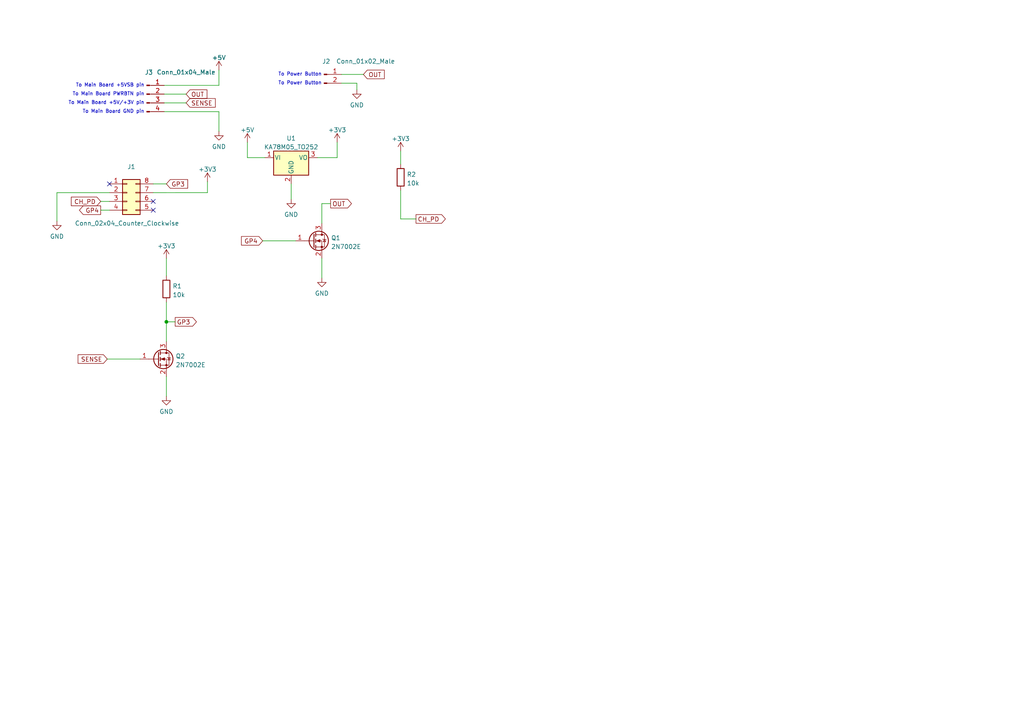
<source format=kicad_sch>
(kicad_sch (version 20211123) (generator eeschema)
  (paper "A4")
  (lib_symbols
    (symbol "Connector:Conn_01x02_Male" (pin_names (offset 1.016) hide)
      (property "Reference" "J" (at 0 2.54 0))
      (property "Value" "Conn_01x02_Male" (at 0 -5.08 0))
      (symbol "Conn_01x02_Male_1_1"
        (polyline (pts (xy 1.27 -2.54) (xy 0.8636 -2.54)) (stroke (width 0.1524)))
        (polyline (pts (xy 1.27 0) (xy 0.8636 0)) (stroke (width 0.1524)))
        (rectangle (start 0.8636 -2.413) (end 0 -2.667) (stroke (width 0.1524)) (fill (type outline)))
        (rectangle (start 0.8636 0.127) (end 0 -0.127) (stroke (width 0.1524)) (fill (type outline)))
        (pin passive line (at 5.08 0 180) (length 3.81) (name "Pin_1") (number "1"))
        (pin passive line (at 5.08 -2.54 180) (length 3.81) (name "Pin_2") (number "2"))
      )
    )
    (symbol "Connector:Conn_01x04_Male" (pin_names (offset 1.016) hide)
      (property "Reference" "J" (at 0 5.08 0))
      (property "Value" "Conn_01x04_Male" (at 0 -7.62 0))
      (symbol "Conn_01x04_Male_1_1"
        (polyline (pts (xy 1.27 -5.08) (xy 0.8636 -5.08)) (stroke (width 0.1524)))
        (polyline (pts (xy 1.27 -2.54) (xy 0.8636 -2.54)) (stroke (width 0.1524)))
        (polyline (pts (xy 1.27 0) (xy 0.8636 0)) (stroke (width 0.1524)))
        (polyline (pts (xy 1.27 2.54) (xy 0.8636 2.54)) (stroke (width 0.1524)))
        (rectangle (start 0.8636 -4.953) (end 0 -5.207) (stroke (width 0.1524)) (fill (type outline)))
        (rectangle (start 0.8636 -2.413) (end 0 -2.667) (stroke (width 0.1524)) (fill (type outline)))
        (rectangle (start 0.8636 0.127) (end 0 -0.127) (stroke (width 0.1524)) (fill (type outline)))
        (rectangle (start 0.8636 2.667) (end 0 2.413) (stroke (width 0.1524)) (fill (type outline)))
        (pin passive line (at 5.08 2.54 180) (length 3.81) (name "Pin_1") (number "1"))
        (pin passive line (at 5.08 0 180) (length 3.81) (name "Pin_2") (number "2"))
        (pin passive line (at 5.08 -2.54 180) (length 3.81) (name "Pin_3") (number "3"))
        (pin passive line (at 5.08 -5.08 180) (length 3.81) (name "Pin_4") (number "4"))
      )
    )
    (symbol "Connector_Generic:Conn_02x04_Counter_Clockwise" (pin_names (offset 1.016) hide)
      (property "Reference" "J" (at 1.27 5.08 0))
      (property "Value" "Conn_02x04_Counter_Clockwise" (at 1.27 -7.62 0))
      (symbol "Conn_02x04_Counter_Clockwise_1_1"
        (rectangle (start -1.27 -4.953) (end 0 -5.207) (stroke (width 0.1524)))
        (rectangle (start -1.27 -2.413) (end 0 -2.667) (stroke (width 0.1524)))
        (rectangle (start -1.27 0.127) (end 0 -0.127) (stroke (width 0.1524)))
        (rectangle (start -1.27 2.667) (end 0 2.413) (stroke (width 0.1524)))
        (rectangle (start -1.27 3.81) (end 3.81 -6.35) (stroke (width 0.254)) (fill (type background)))
        (rectangle (start 3.81 -4.953) (end 2.54 -5.207) (stroke (width 0.1524)))
        (rectangle (start 3.81 -2.413) (end 2.54 -2.667) (stroke (width 0.1524)))
        (rectangle (start 3.81 0.127) (end 2.54 -0.127) (stroke (width 0.1524)))
        (rectangle (start 3.81 2.667) (end 2.54 2.413) (stroke (width 0.1524)))
        (pin passive line (at -5.08 2.54 0) (length 3.81) (name "Pin_1") (number "1"))
        (pin passive line (at -5.08 0 0) (length 3.81) (name "Pin_2") (number "2"))
        (pin passive line (at -5.08 -2.54 0) (length 3.81) (name "Pin_3") (number "3"))
        (pin passive line (at -5.08 -5.08 0) (length 3.81) (name "Pin_4") (number "4"))
        (pin passive line (at 7.62 -5.08 180) (length 3.81) (name "Pin_5") (number "5"))
        (pin passive line (at 7.62 -2.54 180) (length 3.81) (name "Pin_6") (number "6"))
        (pin passive line (at 7.62 0 180) (length 3.81) (name "Pin_7") (number "7"))
        (pin passive line (at 7.62 2.54 180) (length 3.81) (name "Pin_8") (number "8"))
      )
    )
    (symbol "Device:R" (pin_numbers hide) (pin_names (offset 0))
      (property "Reference" "R" (at 2.032 0 90))
      (property "Value" "R" (at 0 0 90))
      (symbol "R_0_1"
        (rectangle (start -1.016 -2.54) (end 1.016 2.54) (stroke (width 0.254)))
      )
      (symbol "R_1_1"
        (pin passive line (at 0 3.81 270) (length 1.27) (name "~") (number "1"))
        (pin passive line (at 0 -3.81 90) (length 1.27) (name "~") (number "2"))
      )
    )
    (symbol "Regulator_Linear:KA78M05_TO252" (pin_names (offset 0.254))
      (property "Reference" "U" (at -3.81 3.175 0))
      (property "Value" "KA78M05_TO252" (at 0 3.175 0))
      (symbol "KA78M05_TO252_0_1"
        (rectangle (start -5.08 1.905) (end 5.08 -5.08) (stroke (width 0.254)) (fill (type background)))
      )
      (symbol "KA78M05_TO252_1_1"
        (pin power_in line (at -7.62 0 0) (length 2.54) (name "VI") (number "1"))
        (pin power_in line (at 0 -7.62 90) (length 2.54) (name "GND") (number "2"))
        (pin power_out line (at 7.62 0 180) (length 2.54) (name "VO") (number "3"))
      )
    )
    (symbol "Transistor_FET:2N7002E" (pin_names hide)
      (property "Reference" "Q" (at 5.08 1.905 0))
      (property "Value" "2N7002E" (at 5.08 0 0))
      (symbol "2N7002E_0_1"
        (polyline (pts (xy 0.254 0) (xy -2.54 0)))
        (polyline (pts (xy 0.254 1.905) (xy 0.254 -1.905)) (stroke (width 0.254)))
        (polyline (pts (xy 0.762 -1.27) (xy 0.762 -2.286)) (stroke (width 0.254)))
        (polyline (pts (xy 0.762 0.508) (xy 0.762 -0.508)) (stroke (width 0.254)))
        (polyline (pts (xy 0.762 2.286) (xy 0.762 1.27)) (stroke (width 0.254)))
        (polyline (pts (xy 2.54 2.54) (xy 2.54 1.778)))
        (polyline (pts (xy 2.54 -2.54) (xy 2.54 0) (xy 0.762 0)))
        (polyline (pts (xy 0.762 -1.778) (xy 3.302 -1.778) (xy 3.302 1.778) (xy 0.762 1.778)))
        (polyline (pts (xy 1.016 0) (xy 2.032 0.381) (xy 2.032 -0.381) (xy 1.016 0)) (fill (type outline)))
        (polyline (pts (xy 2.794 0.508) (xy 2.921 0.381) (xy 3.683 0.381) (xy 3.81 0.254)))
        (polyline (pts (xy 3.302 0.381) (xy 2.921 -0.254) (xy 3.683 -0.254) (xy 3.302 0.381)))
        (circle (center 1.651 0) (radius 2.794) (stroke (width 0.254)))
        (circle (center 2.54 -1.778) (radius 0.254) (fill (type outline)))
        (circle (center 2.54 1.778) (radius 0.254) (fill (type outline)))
      )
      (symbol "2N7002E_1_1"
        (pin input line (at -5.08 0 0) (length 2.54) (name "G") (number "1"))
        (pin passive line (at 2.54 -5.08 90) (length 2.54) (name "S") (number "2"))
        (pin passive line (at 2.54 5.08 270) (length 2.54) (name "D") (number "3"))
      )
    )
    (symbol "power:+3.3V" (power) (pin_names (offset 0))
      (property "Value" "+3.3V" (at 0 3.556 0))
      (symbol "+3.3V_0_1"
        (polyline (pts (xy -0.762 1.27) (xy 0 2.54)))
        (polyline (pts (xy 0 0) (xy 0 2.54)))
        (polyline (pts (xy 0 2.54) (xy 0.762 1.27)))
      )
      (symbol "+3.3V_1_1"
        (pin power_in line (at 0 0 90) (length 0) hide (name "+3V3") (number "1"))
      )
    )
    (symbol "power:+5V" (power) (pin_names (offset 0))
      (property "Value" "+5V" (at 0 3.556 0))
      (symbol "+5V_0_1"
        (polyline (pts (xy -0.762 1.27) (xy 0 2.54)))
        (polyline (pts (xy 0 0) (xy 0 2.54)))
        (polyline (pts (xy 0 2.54) (xy 0.762 1.27)))
      )
      (symbol "+5V_1_1"
        (pin power_in line (at 0 0 90) (length 0) hide (name "+5V") (number "1"))
      )
    )
    (symbol "power:GND" (power) (pin_names (offset 0))
      (property "Value" "GND" (at 0 -3.81 0))
      (symbol "GND_0_1"
        (polyline (pts (xy 0 0) (xy 0 -1.27) (xy 1.27 -1.27) (xy 0 -2.54) (xy -1.27 -1.27) (xy 0 -1.27)))
      )
      (symbol "GND_1_1"
        (pin power_in line (at 0 0 270) (length 0) hide (name "GND") (number "1"))
      )
    )
  )
  (junction (at 48.26 93.345))
  (no_connect (at 44.45 60.96))
  (no_connect (at 31.75 53.34))
  (no_connect (at 44.45 58.42))
  (wire (pts (xy 76.2 69.85) (xy 85.725 69.85)))
  (wire (pts (xy 116.205 43.815) (xy 116.205 47.625)))
  (wire (pts (xy 48.26 87.63) (xy 48.26 93.345)))
  (wire (pts (xy 103.505 24.13) (xy 99.06 24.13)))
  (wire (pts (xy 63.5 32.385) (xy 63.5 38.1)))
  (wire (pts (xy 60.169 52.6942) (xy 60.169 55.8692)))
  (wire (pts (xy 44.45 55.88) (xy 60.169 55.8692)))
  (wire (pts (xy 48.26 93.345) (xy 48.26 99.06)))
  (wire (pts (xy 99.06 21.59) (xy 105.41 21.59)))
  (wire (pts (xy 47.625 27.305) (xy 53.975 27.305)))
  (wire (pts (xy 84.455 53.34) (xy 84.455 57.785)))
  (wire (pts (xy 48.26 74.93) (xy 48.26 80.01)))
  (wire (pts (xy 31.115 104.14) (xy 40.64 104.14)))
  (wire (pts (xy 116.205 55.245) (xy 116.205 63.5)))
  (wire (pts (xy 47.625 24.765) (xy 63.5 24.765)))
  (wire (pts (xy 47.625 32.385) (xy 63.5 32.385)))
  (wire (pts (xy 76.835 45.72) (xy 71.755 45.72)))
  (wire (pts (xy 48.26 109.22) (xy 48.26 114.935)))
  (wire (pts (xy 93.345 59.055) (xy 95.885 59.055)))
  (wire (pts (xy 29.21 60.96) (xy 31.75 60.96)))
  (wire (pts (xy 47.625 29.845) (xy 53.975 29.845)))
  (wire (pts (xy 63.5 24.765) (xy 63.5 20.32)))
  (wire (pts (xy 31.75 55.88) (xy 16.51 55.88)))
  (wire (pts (xy 97.79 41.275) (xy 97.79 45.72)))
  (wire (pts (xy 116.205 63.5) (xy 120.65 63.5)))
  (wire (pts (xy 29.21 58.42) (xy 31.75 58.42)))
  (wire (pts (xy 48.26 93.345) (xy 50.8 93.345)))
  (wire (pts (xy 103.505 26.035) (xy 103.505 24.13)))
  (wire (pts (xy 44.45 53.34) (xy 48.26 53.34)))
  (wire (pts (xy 93.345 64.77) (xy 93.345 59.055)))
  (wire (pts (xy 16.51 55.88) (xy 16.51 64.135)))
  (wire (pts (xy 93.345 74.93) (xy 93.345 80.645)))
  (wire (pts (xy 97.79 45.72) (xy 92.075 45.72)))
  (wire (pts (xy 71.755 45.72) (xy 71.755 41.275)))
  (text "To Main Board +5V/+3V pin" (at 41.91 30.48 180) (effects (font (size 1 1)) (justify right bottom)))
  (text "To Main Board GND pin" (at 41.91 33.02 180) (effects (font (size 1 1)) (justify right bottom)))
  (text "To Main Board PWRBTN pin" (at 41.91 27.94 180) (effects (font (size 1 1)) (justify right bottom)))
  (text "To Power Button" (at 93.345 22.225 180) (effects (font (size 1 1)) (justify right bottom)))
  (text "To Main Board +5VSB pin" (at 41.91 25.4 180) (effects (font (size 1 1)) (justify right bottom)))
  (text "To Power Button" (at 93.345 24.765 180) (effects (font (size 1 1)) (justify right bottom)))
  (global_label "OUT" (shape output) (at 95.885 59.055 0) (property "Intersheet References" "${INTERSHEET_REFS}" (effects hide)))
  (global_label "CH_PD" (shape input) (at 29.21 58.42 180) (property "Intersheet References" "${INTERSHEET_REFS}" (effects hide)))
  (global_label "SENSE" (shape input) (at 31.115 104.14 180) (property "Intersheet References" "${INTERSHEET_REFS}" (effects hide)))
  (global_label "OUT" (shape input) (at 53.975 27.305 0) (property "Intersheet References" "${INTERSHEET_REFS}" (effects hide)))
  (global_label "CH_PD" (shape output) (at 120.65 63.5 0) (property "Intersheet References" "${INTERSHEET_REFS}" (effects hide)))
  (global_label "SENSE" (shape input) (at 53.975 29.845 0) (property "Intersheet References" "${INTERSHEET_REFS}" (effects hide)))
  (global_label "OUT" (shape input) (at 105.41 21.59 0) (property "Intersheet References" "${INTERSHEET_REFS}" (effects hide)))
  (global_label "GP3" (shape output) (at 50.8 93.345 0) (property "Intersheet References" "${INTERSHEET_REFS}" (effects hide)))
  (global_label "GP3" (shape input) (at 48.26 53.34 0) (property "Intersheet References" "${INTERSHEET_REFS}" (effects hide)))
  (global_label "GP4" (shape input) (at 76.2 69.85 180) (property "Intersheet References" "${INTERSHEET_REFS}" (effects hide)))
  (global_label "GP4" (shape output) (at 29.21 60.96 180) (property "Intersheet References" "${INTERSHEET_REFS}" (effects hide)))
  (symbol (lib_id "Connector:Conn_01x02_Male") (at 93.98 21.59 0) (unit 1)
    (property "Reference" "J2" (at 94.615 17.814 0))
    (property "Value" "Conn_01x02_Male" (at 106.045 17.78 0))
    (property "Footprint" "Connector_PinHeader_2.54mm:PinHeader_1x02_P2.54mm_Horizontal" (effects hide))
  )
  (symbol (lib_id "power:GND") (at 16.51 64.135 0) (unit 1)
    (property "Reference" "#PWR0108" (effects hide))
    (property "Value" "GND" (at 16.51 68.5784 0))
  )
  (symbol (lib_id "power:+3.3V") (at 60.169 52.6942 0) (unit 1)
    (property "Reference" "#PWR0101" (effects hide))
    (property "Value" "+3.3V" (at 60.169 49.1184 0))
  )
  (symbol (lib_id "power:+3.3V") (at 97.79 41.275 0) (unit 1)
    (property "Reference" "#PWR0109" (effects hide))
    (property "Value" "+3.3V" (at 97.79 37.6992 0))
  )
  (symbol (lib_id "power:+3.3V") (at 48.26 74.93 0) (unit 1)
    (property "Reference" "#PWR0111" (effects hide))
    (property "Value" "+3.3V" (at 48.26 71.3542 0))
  )
  (symbol (lib_id "Connector:Conn_01x04_Male") (at 42.545 27.305 0) (unit 1)
    (property "Reference" "J3" (at 43.18 20.989 0))
    (property "Value" "Conn_01x04_Male" (at 53.975 20.955 0))
    (property "Footprint" "Connector_PinHeader_2.54mm:PinHeader_1x04_P2.54mm_Horizontal" (effects hide))
  )
  (symbol (lib_id "power:+5V") (at 71.755 41.275 0) (unit 1)
    (property "Reference" "#PWR0106" (effects hide))
    (property "Value" "+5V" (at 71.755 37.6992 0))
  )
  (symbol (lib_id "power:GND") (at 48.26 114.935 0) (unit 1)
    (property "Reference" "#PWR0110" (effects hide))
    (property "Value" "GND" (at 48.26 119.3784 0))
  )
  (symbol (lib_id "Connector_Generic:Conn_02x04_Counter_Clockwise") (at 36.83 55.88 0) (unit 1)
    (property "Reference" "J1" (at 38.1 48.3702 0))
    (property "Value" "Conn_02x04_Counter_Clockwise" (at 36.83 64.77 0))
    (property "Footprint" "Connector_PinSocket_2.54mm:PinSocket_2x04_P2.54mm_Vertical" (effects hide))
  )
  (symbol (lib_id "power:GND") (at 63.5 38.1 0) (unit 1)
    (property "Reference" "#PWR0104" (effects hide))
    (property "Value" "GND" (at 63.5 42.5434 0))
  )
  (symbol (lib_id "Transistor_FET:2N7002E") (at 90.805 69.85 0) (unit 1)
    (property "Reference" "Q1" (at 96.012 69.0153 0) (effects (justify left)))
    (property "Value" "2N7002E" (at 96.012 71.5522 0) (effects (justify left)))
    (property "Footprint" "Package_TO_SOT_SMD:SOT-23" (effects hide))
    (property "Datasheet" "http://www.diodes.com/assets/Datasheets/ds30376.pdf" (effects hide))
  )
  (symbol (lib_id "Transistor_FET:2N7002E") (at 45.72 104.14 0) (unit 1)
    (property "Reference" "Q2" (at 50.927 103.3053 0) (effects (justify left)))
    (property "Value" "2N7002E" (at 50.927 105.8422 0) (effects (justify left)))
    (property "Footprint" "Package_TO_SOT_SMD:SOT-23" (effects hide))
    (property "Datasheet" "http://www.diodes.com/assets/Datasheets/ds30376.pdf" (effects hide))
  )
  (symbol (lib_id "Device:R") (at 48.26 83.82 0) (unit 1)
    (property "Reference" "R1" (at 50.038 82.9853 0) (effects (justify left)))
    (property "Value" "10k" (at 50.038 85.5222 0) (effects (justify left)))
    (property "Footprint" "Resistor_SMD:R_0805_2012Metric" (effects hide))
  )
  (symbol (lib_id "power:GND") (at 103.505 26.035 0) (unit 1)
    (property "Reference" "#PWR0103" (effects hide))
    (property "Value" "GND" (at 103.505 30.4784 0))
  )
  (symbol (lib_id "power:GND") (at 93.345 80.645 0) (unit 1)
    (property "Reference" "#PWR0105" (effects hide))
    (property "Value" "GND" (at 93.345 85.0884 0))
  )
  (symbol (lib_id "power:+3.3V") (at 116.205 43.815 0) (unit 1)
    (property "Reference" "#PWR?" (effects hide))
    (property "Value" "+3.3V" (at 116.205 40.2392 0))
  )
  (symbol (lib_id "power:GND") (at 84.455 57.785 0) (unit 1)
    (property "Reference" "#PWR0107" (effects hide))
    (property "Value" "GND" (at 84.455 62.2284 0))
  )
  (symbol (lib_id "Regulator_Linear:KA78M05_TO252") (at 84.455 45.72 0) (unit 1)
    (property "Reference" "U1" (at 84.455 40.1152 0))
    (property "Value" "KA78M05_TO252" (at 84.455 42.6521 0))
    (property "Footprint" "Package_TO_SOT_SMD:SOT-223-3_TabPin2" (effects hide))
    (property "Datasheet" "https://www.onsemi.com/pub/Collateral/MC78M00-D.PDF" (effects hide))
  )
  (symbol (lib_id "power:+5V") (at 63.5 20.32 0) (unit 1)
    (property "Reference" "#PWR0102" (effects hide))
    (property "Value" "+5V" (at 63.5 16.7442 0))
  )
  (symbol (lib_id "Device:R") (at 116.205 51.435 0) (unit 1)
    (property "Reference" "R2" (at 117.983 50.6003 0) (effects (justify left)))
    (property "Value" "10k" (at 117.983 53.1372 0) (effects (justify left)))
    (property "Footprint" "Resistor_SMD:R_0805_2012Metric" (effects hide))
  )
)
</source>
